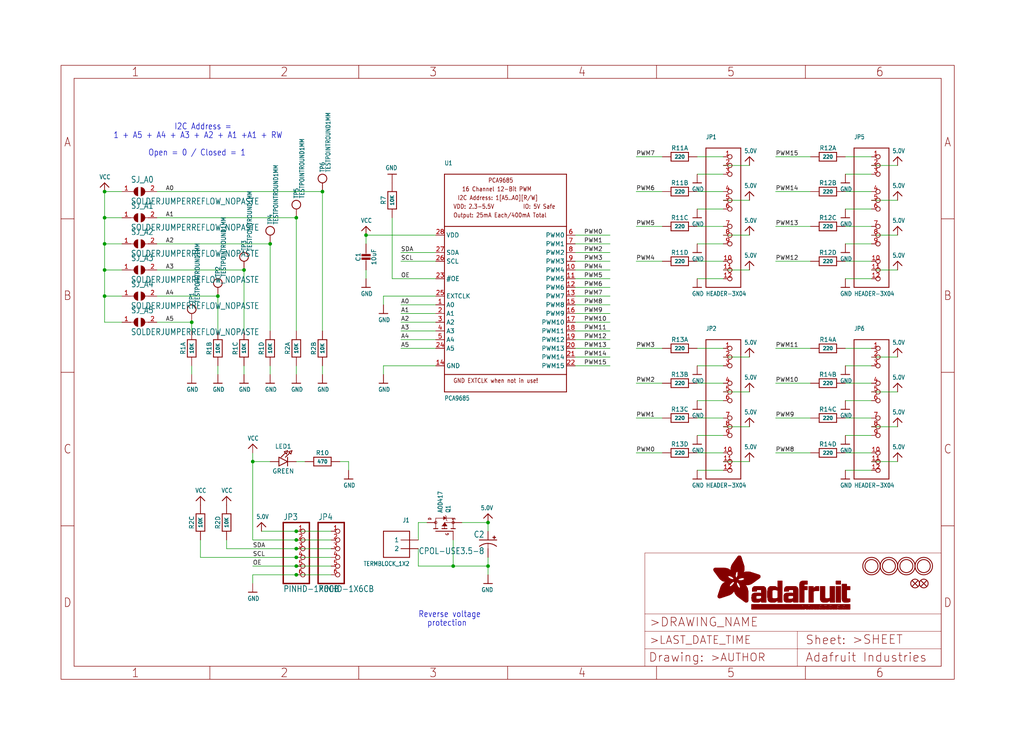
<source format=kicad_sch>
(kicad_sch (version 20211123) (generator eeschema)
  (paper "User" 298.45 217.881)
  (lib_symbols
    (symbol "eagleSchem-eagle-import:5.0V" (power)
      (property "Value" "5.0V" (at -1.524 1.016 0))
      (symbol "5.0V_1_0"
        (pin power_in line (at 0 -2.54 90) (length 2.54) (name "5.0V") (number "1"))
      )
    )
    (symbol "eagleSchem-eagle-import:CAP_CERAMIC0805-NOOUTLINE"
      (property "Reference" "C" (at -2.29 1.25 90))
      (property "Value" "CAP_CERAMIC0805-NOOUTLINE" (at 2.3 1.25 90))
      (symbol "CAP_CERAMIC0805-NOOUTLINE_1_0"
        (pin passive line (at 0 5.08 270) (length 2.54) (name "1") (number "1"))
        (pin passive line (at 0 -2.54 90) (length 2.54) (name "2") (number "2"))
      )
    )
    (symbol "eagleSchem-eagle-import:CPOL-USE3.5-8"
      (property "Reference" "C" (at 1.016 0.635 0))
      (property "Value" "CPOL-USE3.5-8" (at 1.016 -4.191 0))
      (symbol "CPOL-USE3.5-8_1_0"
        (pin passive line (at 0 2.54 270) (length 2.54) (name "+") (number "+"))
        (pin passive line (at 0 -5.08 90) (length 2.54) (name "-") (number "-"))
      )
    )
    (symbol "eagleSchem-eagle-import:FIDUCIAL{dblquote}{dblquote}")
    (symbol "eagleSchem-eagle-import:FRAME_A4_ADAFRUIT"
      (symbol "FRAME_A4_ADAFRUIT_1_0"
        (text "1" (at 21.6958 1.905 0) (effects (font (size 2.54 2.286))))
        (text "1" (at 21.6958 177.165 0) (effects (font (size 2.54 2.286))))
        (text "2" (at 65.0875 1.905 0) (effects (font (size 2.54 2.286))))
        (text "2" (at 65.0875 177.165 0) (effects (font (size 2.54 2.286))))
        (text "3" (at 108.4792 1.905 0) (effects (font (size 2.54 2.286))))
        (text "3" (at 108.4792 177.165 0) (effects (font (size 2.54 2.286))))
        (text "4" (at 151.8708 1.905 0) (effects (font (size 2.54 2.286))))
        (text "4" (at 151.8708 177.165 0) (effects (font (size 2.54 2.286))))
        (text "5" (at 195.2625 1.905 0) (effects (font (size 2.54 2.286))))
        (text "5" (at 195.2625 177.165 0) (effects (font (size 2.54 2.286))))
        (text "6" (at 238.6542 1.905 0) (effects (font (size 2.54 2.286))))
        (text "6" (at 238.6542 177.165 0) (effects (font (size 2.54 2.286))))
        (text ">AUTHOR" (at 189.23 5.08 0) (effects (font (size 2.286 2.286)) (justify left bottom)))
        (text ">DRAWING_NAME" (at 171.45 15.24 0) (effects (font (size 2.54 2.54)) (justify left bottom)))
        (text ">LAST_DATE_TIME" (at 171.45 10.16 0) (effects (font (size 2.286 2.286)) (justify left bottom)))
        (text ">SHEET" (at 230.505 10.16 0) (effects (font (size 2.54 2.54)) (justify left bottom)))
        (text "A" (at 1.905 156.6863 0) (effects (font (size 2.54 2.286))))
        (text "A" (at 258.445 156.6863 0) (effects (font (size 2.54 2.286))))
        (text "Adafruit Industries" (at 216.916 4.953 0) (effects (font (size 2.54 2.54)) (justify left bottom)))
        (text "B" (at 1.905 111.9188 0) (effects (font (size 2.54 2.286))))
        (text "B" (at 258.445 111.9188 0) (effects (font (size 2.54 2.286))))
        (text "C" (at 1.905 67.1513 0) (effects (font (size 2.54 2.286))))
        (text "C" (at 258.445 67.1513 0) (effects (font (size 2.54 2.286))))
        (text "D" (at 1.905 22.3838 0) (effects (font (size 2.54 2.286))))
        (text "D" (at 258.445 22.3838 0) (effects (font (size 2.54 2.286))))
        (text "Drawing:" (at 171.196 4.953 0) (effects (font (size 2.54 2.54)) (justify left bottom)))
        (text "Sheet:" (at 216.916 10.033 0) (effects (font (size 2.54 2.54)) (justify left bottom)))
      )
    )
    (symbol "eagleSchem-eagle-import:GND" (power)
      (property "Value" "GND" (at -1.524 -2.54 0))
      (symbol "GND_1_0"
        (pin power_in line (at 0 2.54 270) (length 2.54) (name "GND") (number "1"))
      )
    )
    (symbol "eagleSchem-eagle-import:HEADER-3X04"
      (property "Reference" "JP" (at -5.08 22.86 0))
      (property "Value" "HEADER-3X04" (at -5.08 -22.86 0))
      (symbol "HEADER-3X04_1_0"
        (pin passive inverted (at 0 17.78 0) (length 2.54) (name "1") (number "1"))
        (pin passive inverted (at 0 -12.7 0) (length 2.54) (name "10") (number "10"))
        (pin passive inverted (at 0 -15.24 0) (length 2.54) (name "11") (number "11"))
        (pin passive inverted (at 0 -17.78 0) (length 2.54) (name "12") (number "12"))
        (pin passive inverted (at 0 15.24 0) (length 2.54) (name "2") (number "2"))
        (pin passive inverted (at 0 12.7 0) (length 2.54) (name "3") (number "3"))
        (pin passive inverted (at 0 7.62 0) (length 2.54) (name "4") (number "4"))
        (pin passive inverted (at 0 5.08 0) (length 2.54) (name "5") (number "5"))
        (pin passive inverted (at 0 2.54 0) (length 2.54) (name "6") (number "6"))
        (pin passive inverted (at 0 -2.54 0) (length 2.54) (name "7") (number "7"))
        (pin passive inverted (at 0 -5.08 0) (length 2.54) (name "8") (number "8"))
        (pin passive inverted (at 0 -7.62 0) (length 2.54) (name "9") (number "9"))
      )
    )
    (symbol "eagleSchem-eagle-import:LED0805_NOOUTLINE"
      (property "Reference" "D" (at -1.27 4.445 0))
      (property "Value" "LED0805_NOOUTLINE" (at -1.27 -2.794 0))
      (symbol "LED0805_NOOUTLINE_1_0"
        (pin passive line (at -5.08 0 0) (length 2.54) (name "A") (number "A"))
        (pin passive line (at 2.54 0 180) (length 2.54) (name "C") (number "C"))
      )
    )
    (symbol "eagleSchem-eagle-import:MOSFET-PTO252"
      (property "Reference" "Q" (at 2.794 0.381 0))
      (property "Value" "MOSFET-PTO252" (at 2.794 -1.905 0))
      (symbol "MOSFET-PTO252_1_0"
        (text "D" (at 0.635 -3.81 0) (effects (font (size 0.8128 0.6908)) (justify left bottom)))
        (text "G" (at -3.81 1.27 0) (effects (font (size 0.8128 0.6908)) (justify left bottom)))
        (text "S" (at 0.635 3.175 0) (effects (font (size 0.8128 0.6908)) (justify left bottom)))
        (pin passive line (at -5.08 2.54 0) (length 2.54) (name "G") (number "1"))
        (pin passive line (at 0 5.08 270) (length 2.54) (name "S") (number "2"))
        (pin passive line (at 0 -5.08 90) (length 2.54) (name "D") (number "3"))
      )
    )
    (symbol "eagleSchem-eagle-import:MOUNTINGHOLE2.5")
    (symbol "eagleSchem-eagle-import:PCA9685"
      (property "Reference" "U" (at -17.78 35.56 0))
      (property "Value" "PCA9685" (at -17.78 -33.02 0))
      (symbol "PCA9685_1_0"
        (text "16 Channel 12-Bit PWM" (at -12.7 27.94 0) (effects (font (size 1.27 1.0795)) (justify left bottom)))
        (text "GND EXTCLK when not in use!" (at -15.24 -27.94 0) (effects (font (size 1.27 1.0795)) (justify left bottom)))
        (text "I2C Address: 1[A5..A0][R/W]" (at -13.97 25.4 0) (effects (font (size 1.27 1.0795)) (justify left bottom)))
        (text "IO: 5V Safe" (at 5.08 22.86 0) (effects (font (size 1.27 1.0795)) (justify left bottom)))
        (text "Output: 25mA Each/400mA Total" (at -15.24 20.32 0) (effects (font (size 1.27 1.0795)) (justify left bottom)))
        (text "PCA9685" (at -5.08 30.48 0) (effects (font (size 1.27 1.0795)) (justify left bottom)))
        (text "VDD: 2.3-5.5V" (at -15.24 22.86 0) (effects (font (size 1.27 1.0795)) (justify left bottom)))
        (pin bidirectional line (at -20.32 -5.08 0) (length 2.54) (name "A0") (number "1"))
        (pin output line (at 20.32 5.08 180) (length 2.54) (name "PWM4") (number "10"))
        (pin output line (at 20.32 2.54 180) (length 2.54) (name "PWM5") (number "11"))
        (pin output line (at 20.32 0 180) (length 2.54) (name "PWM6") (number "12"))
        (pin output line (at 20.32 -2.54 180) (length 2.54) (name "PWM7") (number "13"))
        (pin power_in line (at -20.32 -22.86 0) (length 2.54) (name "GND") (number "14"))
        (pin output line (at 20.32 -5.08 180) (length 2.54) (name "PWM8") (number "15"))
        (pin output line (at 20.32 -7.62 180) (length 2.54) (name "PWM9") (number "16"))
        (pin output line (at 20.32 -10.16 180) (length 2.54) (name "PWM10") (number "17"))
        (pin output line (at 20.32 -12.7 180) (length 2.54) (name "PWM11") (number "18"))
        (pin output line (at 20.32 -15.24 180) (length 2.54) (name "PWM12") (number "19"))
        (pin bidirectional line (at -20.32 -7.62 0) (length 2.54) (name "A1") (number "2"))
        (pin output line (at 20.32 -17.78 180) (length 2.54) (name "PWM13") (number "20"))
        (pin output line (at 20.32 -20.32 180) (length 2.54) (name "PWM14") (number "21"))
        (pin output line (at 20.32 -22.86 180) (length 2.54) (name "PWM15") (number "22"))
        (pin input line (at -20.32 2.54 0) (length 2.54) (name "#OE") (number "23"))
        (pin bidirectional line (at -20.32 -17.78 0) (length 2.54) (name "A5") (number "24"))
        (pin input line (at -20.32 -2.54 0) (length 2.54) (name "EXTCLK") (number "25"))
        (pin bidirectional line (at -20.32 7.62 0) (length 2.54) (name "SCL") (number "26"))
        (pin bidirectional line (at -20.32 10.16 0) (length 2.54) (name "SDA") (number "27"))
        (pin power_in line (at -20.32 15.24 0) (length 2.54) (name "VDD") (number "28"))
        (pin bidirectional line (at -20.32 -10.16 0) (length 2.54) (name "A2") (number "3"))
        (pin bidirectional line (at -20.32 -12.7 0) (length 2.54) (name "A3") (number "4"))
        (pin bidirectional line (at -20.32 -15.24 0) (length 2.54) (name "A4") (number "5"))
        (pin output line (at 20.32 15.24 180) (length 2.54) (name "PWM0") (number "6"))
        (pin output line (at 20.32 12.7 180) (length 2.54) (name "PWM1") (number "7"))
        (pin output line (at 20.32 10.16 180) (length 2.54) (name "PWM2") (number "8"))
        (pin output line (at 20.32 7.62 180) (length 2.54) (name "PWM3") (number "9"))
      )
    )
    (symbol "eagleSchem-eagle-import:PINHD-1X6CB"
      (property "Reference" "JP" (at -6.35 10.795 0))
      (property "Value" "PINHD-1X6CB" (at -6.35 -10.16 0))
      (symbol "PINHD-1X6CB_1_0"
        (pin passive inverted (at -2.54 7.62 0) (length 2.54) (name "1") (number "1"))
        (pin passive inverted (at -2.54 5.08 0) (length 2.54) (name "2") (number "2"))
        (pin passive inverted (at -2.54 2.54 0) (length 2.54) (name "3") (number "3"))
        (pin passive inverted (at -2.54 0 0) (length 2.54) (name "4") (number "4"))
        (pin passive inverted (at -2.54 -2.54 0) (length 2.54) (name "5") (number "5"))
        (pin passive inverted (at -2.54 -5.08 0) (length 2.54) (name "6") (number "6"))
      )
    )
    (symbol "eagleSchem-eagle-import:RESISTOR0805_NOOUTLINE"
      (property "Reference" "R" (at 0 2.54 0))
      (property "Value" "RESISTOR0805_NOOUTLINE" (at 0 0 0))
      (symbol "RESISTOR0805_NOOUTLINE_1_0"
        (pin passive line (at -5.08 0 0) (length 2.54) (name "1") (number "1"))
        (pin passive line (at 5.08 0 180) (length 2.54) (name "2") (number "2"))
      )
    )
    (symbol "eagleSchem-eagle-import:RESISTOR_0805MP"
      (property "Reference" "R" (at 0 2.54 0))
      (property "Value" "RESISTOR_0805MP" (at 0 0 0))
      (symbol "RESISTOR_0805MP_1_0"
        (pin passive line (at -5.08 0 0) (length 2.54) (name "1") (number "1"))
        (pin passive line (at 5.08 0 180) (length 2.54) (name "2") (number "2"))
      )
    )
    (symbol "eagleSchem-eagle-import:RESISTOR_4PACK"
      (property "Reference" "R" (at 0 2.54 0))
      (property "Value" "RESISTOR_4PACK" (at 0 0 0))
      (symbol "RESISTOR_4PACK_1_0"
        (pin passive line (at -5.08 0 0) (length 2.54) (name "1") (number "1"))
        (pin passive line (at 5.08 0 180) (length 2.54) (name "2") (number "8"))
      )
      (symbol "RESISTOR_4PACK_2_0"
        (pin passive line (at -5.08 0 0) (length 2.54) (name "1") (number "2"))
        (pin passive line (at 5.08 0 180) (length 2.54) (name "2") (number "7"))
      )
      (symbol "RESISTOR_4PACK_3_0"
        (pin passive line (at -5.08 0 0) (length 2.54) (name "1") (number "3"))
        (pin passive line (at 5.08 0 180) (length 2.54) (name "2") (number "6"))
      )
      (symbol "RESISTOR_4PACK_4_0"
        (pin passive line (at -5.08 0 0) (length 2.54) (name "1") (number "4"))
        (pin passive line (at 5.08 0 180) (length 2.54) (name "2") (number "5"))
      )
    )
    (symbol "eagleSchem-eagle-import:SOLDERJUMPERREFLOW_NOPASTE"
      (property "Reference" "SJ" (at -2.54 2.54 0))
      (property "Value" "SOLDERJUMPERREFLOW_NOPASTE" (at -2.54 -3.81 0))
      (symbol "SOLDERJUMPERREFLOW_NOPASTE_1_0"
        (pin passive line (at -5.08 0 0) (length 2.54) (name "1") (number "1"))
        (pin passive line (at 5.08 0 180) (length 2.54) (name "2") (number "2"))
      )
    )
    (symbol "eagleSchem-eagle-import:TERMBLOCK_1X2"
      (property "Reference" "X" (at -2.54 7.62 0))
      (property "Value" "TERMBLOCK_1X2" (at -2.54 -5.08 0))
      (symbol "TERMBLOCK_1X2_1_0"
        (pin passive line (at -5.08 2.54 0) (length 5.08) (name "1") (number "1"))
        (pin passive line (at -5.08 0 0) (length 5.08) (name "2") (number "2"))
      )
    )
    (symbol "eagleSchem-eagle-import:TESTPOINTROUND1MM"
      (property "Reference" "TP" (at 0 5.588 90))
      (property "Value" "TESTPOINTROUND1MM" (at 1.651 5.588 90))
      (symbol "TESTPOINTROUND1MM_1_0"
        (pin bidirectional line (at 0 0 90) (length 2.54) (name "P$1") (number "P$1"))
      )
    )
    (symbol "eagleSchem-eagle-import:VCC" (power)
      (property "Value" "VCC" (at -1.524 1.016 0))
      (symbol "VCC_1_0"
        (pin power_in line (at 0 -2.54 90) (length 2.54) (name "VCC") (number "1"))
      )
    )
  )
  (junction (at 86.36 63.5))
  (junction (at 30.48 63.5))
  (junction (at 71.12 78.74))
  (junction (at 63.5 86.36))
  (junction (at 86.36 162.56))
  (junction (at 55.88 93.98))
  (junction (at 86.36 167.64))
  (junction (at 78.74 71.12))
  (junction (at 86.36 157.48))
  (junction (at 106.68 68.58))
  (junction (at 86.36 154.94))
  (junction (at 73.66 134.62))
  (junction (at 142.24 165.1))
  (junction (at 30.48 55.88))
  (junction (at 30.48 71.12))
  (junction (at 86.36 160.02))
  (junction (at 30.48 78.74))
  (junction (at 132.08 165.1))
  (junction (at 142.24 152.4))
  (junction (at 86.36 165.1))
  (junction (at 30.48 86.36))
  (junction (at 93.98 55.88))
  (wire (pts (xy 167.64 83.82) (xy 177.8 83.82)))
  (wire (pts (xy 185.42 55.88) (xy 193.04 55.88)))
  (wire (pts (xy 167.64 99.06) (xy 177.8 99.06)))
  (wire (pts (xy 167.64 91.44) (xy 177.8 91.44)))
  (wire (pts (xy 71.12 106.68) (xy 71.12 109.22)))
  (wire (pts (xy 96.52 160.02) (xy 86.36 160.02)))
  (wire (pts (xy 35.56 86.36) (xy 30.48 86.36)))
  (wire (pts (xy 254 60.96) (xy 246.38 60.96)))
  (wire (pts (xy 246.38 132.08) (xy 254 132.08)))
  (wire (pts (xy 93.98 55.88) (xy 93.98 96.52)))
  (wire (pts (xy 78.74 106.68) (xy 78.74 109.22)))
  (wire (pts (xy 246.38 45.72) (xy 254 45.72)))
  (wire (pts (xy 254 50.8) (xy 246.38 50.8)))
  (wire (pts (xy 30.48 86.36) (xy 30.48 78.74)))
  (wire (pts (xy 210.82 48.26) (xy 218.44 48.26)))
  (wire (pts (xy 35.56 71.12) (xy 30.48 71.12)))
  (wire (pts (xy 210.82 58.42) (xy 218.44 58.42)))
  (wire (pts (xy 246.38 66.04) (xy 254 66.04)))
  (wire (pts (xy 45.72 71.12) (xy 78.74 71.12)))
  (wire (pts (xy 30.48 71.12) (xy 30.48 63.5)))
  (wire (pts (xy 111.76 106.68) (xy 111.76 109.22)))
  (wire (pts (xy 210.82 114.3) (xy 218.44 114.3)))
  (wire (pts (xy 203.2 76.2) (xy 210.82 76.2)))
  (wire (pts (xy 254 104.14) (xy 261.62 104.14)))
  (wire (pts (xy 193.04 132.08) (xy 185.42 132.08)))
  (wire (pts (xy 121.92 165.1) (xy 121.92 160.02)))
  (wire (pts (xy 203.2 45.72) (xy 210.82 45.72)))
  (wire (pts (xy 193.04 66.04) (xy 185.42 66.04)))
  (wire (pts (xy 203.2 121.92) (xy 210.82 121.92)))
  (wire (pts (xy 246.38 111.76) (xy 254 111.76)))
  (wire (pts (xy 35.56 93.98) (xy 30.48 93.98)))
  (wire (pts (xy 236.22 111.76) (xy 226.06 111.76)))
  (wire (pts (xy 106.68 78.74) (xy 106.68 81.28)))
  (wire (pts (xy 86.36 106.68) (xy 86.36 109.22)))
  (wire (pts (xy 236.22 45.72) (xy 226.06 45.72)))
  (wire (pts (xy 73.66 134.62) (xy 73.66 132.08)))
  (wire (pts (xy 127 91.44) (xy 116.84 91.44)))
  (wire (pts (xy 167.64 68.58) (xy 177.8 68.58)))
  (wire (pts (xy 35.56 55.88) (xy 30.48 55.88)))
  (wire (pts (xy 86.36 160.02) (xy 66.04 160.02)))
  (wire (pts (xy 30.48 78.74) (xy 30.48 71.12)))
  (wire (pts (xy 132.08 165.1) (xy 121.92 165.1)))
  (wire (pts (xy 142.24 162.56) (xy 142.24 165.1)))
  (wire (pts (xy 121.92 152.4) (xy 121.92 157.48)))
  (wire (pts (xy 167.64 96.52) (xy 177.8 96.52)))
  (wire (pts (xy 114.3 81.28) (xy 114.3 63.5)))
  (wire (pts (xy 96.52 165.1) (xy 86.36 165.1)))
  (wire (pts (xy 96.52 162.56) (xy 86.36 162.56)))
  (wire (pts (xy 167.64 93.98) (xy 177.8 93.98)))
  (wire (pts (xy 101.6 134.62) (xy 101.6 137.16)))
  (wire (pts (xy 124.46 152.4) (xy 121.92 152.4)))
  (wire (pts (xy 127 88.9) (xy 116.84 88.9)))
  (wire (pts (xy 167.64 73.66) (xy 177.8 73.66)))
  (wire (pts (xy 93.98 106.68) (xy 93.98 109.22)))
  (wire (pts (xy 132.08 157.48) (xy 132.08 165.1)))
  (wire (pts (xy 254 127) (xy 246.38 127)))
  (wire (pts (xy 86.36 162.56) (xy 58.42 162.56)))
  (wire (pts (xy 86.36 63.5) (xy 86.36 96.52)))
  (wire (pts (xy 127 76.2) (xy 116.84 76.2)))
  (wire (pts (xy 236.22 132.08) (xy 226.06 132.08)))
  (wire (pts (xy 86.36 167.64) (xy 73.66 167.64)))
  (wire (pts (xy 142.24 165.1) (xy 132.08 165.1)))
  (wire (pts (xy 236.22 101.6) (xy 226.06 101.6)))
  (wire (pts (xy 73.66 134.62) (xy 78.74 134.62)))
  (wire (pts (xy 254 134.62) (xy 261.62 134.62)))
  (wire (pts (xy 30.48 63.5) (xy 30.48 55.88)))
  (wire (pts (xy 246.38 55.88) (xy 254 55.88)))
  (wire (pts (xy 236.22 121.92) (xy 226.06 121.92)))
  (wire (pts (xy 210.82 81.28) (xy 203.2 81.28)))
  (wire (pts (xy 254 68.58) (xy 261.62 68.58)))
  (wire (pts (xy 76.2 154.94) (xy 86.36 154.94)))
  (wire (pts (xy 142.24 165.1) (xy 142.24 167.64)))
  (wire (pts (xy 86.36 154.94) (xy 96.52 154.94)))
  (wire (pts (xy 78.74 71.12) (xy 78.74 96.52)))
  (wire (pts (xy 210.82 134.62) (xy 218.44 134.62)))
  (wire (pts (xy 127 93.98) (xy 116.84 93.98)))
  (wire (pts (xy 246.38 101.6) (xy 254 101.6)))
  (wire (pts (xy 142.24 152.4) (xy 142.24 154.94)))
  (wire (pts (xy 99.06 134.62) (xy 101.6 134.62)))
  (wire (pts (xy 45.72 93.98) (xy 55.88 93.98)))
  (wire (pts (xy 236.22 55.88) (xy 226.06 55.88)))
  (wire (pts (xy 203.2 132.08) (xy 210.82 132.08)))
  (wire (pts (xy 193.04 111.76) (xy 185.42 111.76)))
  (wire (pts (xy 254 114.3) (xy 261.62 114.3)))
  (wire (pts (xy 167.64 81.28) (xy 177.8 81.28)))
  (wire (pts (xy 203.2 66.04) (xy 210.82 66.04)))
  (wire (pts (xy 30.48 93.98) (xy 30.48 86.36)))
  (wire (pts (xy 210.82 104.14) (xy 218.44 104.14)))
  (wire (pts (xy 73.66 157.48) (xy 73.66 134.62)))
  (wire (pts (xy 127 101.6) (xy 116.84 101.6)))
  (wire (pts (xy 203.2 55.88) (xy 210.82 55.88)))
  (wire (pts (xy 63.5 86.36) (xy 63.5 96.52)))
  (wire (pts (xy 236.22 66.04) (xy 226.06 66.04)))
  (wire (pts (xy 236.22 76.2) (xy 226.06 76.2)))
  (wire (pts (xy 35.56 63.5) (xy 30.48 63.5)))
  (wire (pts (xy 210.82 127) (xy 203.2 127)))
  (wire (pts (xy 55.88 106.68) (xy 55.88 109.22)))
  (wire (pts (xy 45.72 63.5) (xy 86.36 63.5)))
  (wire (pts (xy 210.82 50.8) (xy 203.2 50.8)))
  (wire (pts (xy 96.52 157.48) (xy 86.36 157.48)))
  (wire (pts (xy 63.5 106.68) (xy 63.5 109.22)))
  (wire (pts (xy 167.64 78.74) (xy 177.8 78.74)))
  (wire (pts (xy 167.64 106.68) (xy 177.8 106.68)))
  (wire (pts (xy 210.82 124.46) (xy 218.44 124.46)))
  (wire (pts (xy 86.36 134.62) (xy 88.9 134.62)))
  (wire (pts (xy 35.56 78.74) (xy 30.48 78.74)))
  (wire (pts (xy 127 86.36) (xy 111.76 86.36)))
  (wire (pts (xy 71.12 78.74) (xy 71.12 96.52)))
  (wire (pts (xy 210.82 106.68) (xy 203.2 106.68)))
  (wire (pts (xy 167.64 104.14) (xy 177.8 104.14)))
  (wire (pts (xy 127 96.52) (xy 116.84 96.52)))
  (wire (pts (xy 86.36 157.48) (xy 73.66 157.48)))
  (wire (pts (xy 254 106.68) (xy 246.38 106.68)))
  (wire (pts (xy 134.62 152.4) (xy 142.24 152.4)))
  (wire (pts (xy 73.66 167.64) (xy 73.66 170.18)))
  (wire (pts (xy 167.64 101.6) (xy 177.8 101.6)))
  (wire (pts (xy 58.42 162.56) (xy 58.42 157.48)))
  (wire (pts (xy 96.52 167.64) (xy 86.36 167.64)))
  (wire (pts (xy 246.38 121.92) (xy 254 121.92)))
  (wire (pts (xy 254 71.12) (xy 246.38 71.12)))
  (wire (pts (xy 210.82 60.96) (xy 203.2 60.96)))
  (wire (pts (xy 127 99.06) (xy 116.84 99.06)))
  (wire (pts (xy 106.68 68.58) (xy 106.68 71.12)))
  (wire (pts (xy 246.38 76.2) (xy 254 76.2)))
  (wire (pts (xy 55.88 93.98) (xy 55.88 96.52)))
  (wire (pts (xy 45.72 55.88) (xy 93.98 55.88)))
  (wire (pts (xy 111.76 86.36) (xy 111.76 88.9)))
  (wire (pts (xy 127 106.68) (xy 111.76 106.68)))
  (wire (pts (xy 127 73.66) (xy 116.84 73.66)))
  (wire (pts (xy 254 81.28) (xy 246.38 81.28)))
  (wire (pts (xy 167.64 71.12) (xy 177.8 71.12)))
  (wire (pts (xy 254 124.46) (xy 261.62 124.46)))
  (wire (pts (xy 254 78.74) (xy 261.62 78.74)))
  (wire (pts (xy 127 81.28) (xy 114.3 81.28)))
  (wire (pts (xy 254 137.16) (xy 246.38 137.16)))
  (wire (pts (xy 210.82 116.84) (xy 203.2 116.84)))
  (wire (pts (xy 254 48.26) (xy 261.62 48.26)))
  (wire (pts (xy 210.82 137.16) (xy 203.2 137.16)))
  (wire (pts (xy 66.04 160.02) (xy 66.04 157.48)))
  (wire (pts (xy 86.36 165.1) (xy 73.66 165.1)))
  (wire (pts (xy 210.82 78.74) (xy 218.44 78.74)))
  (wire (pts (xy 193.04 121.92) (xy 185.42 121.92)))
  (wire (pts (xy 193.04 45.72) (xy 185.42 45.72)))
  (wire (pts (xy 106.68 68.58) (xy 127 68.58)))
  (wire (pts (xy 193.04 76.2) (xy 185.42 76.2)))
  (wire (pts (xy 167.64 88.9) (xy 177.8 88.9)))
  (wire (pts (xy 254 58.42) (xy 261.62 58.42)))
  (wire (pts (xy 193.04 101.6) (xy 185.42 101.6)))
  (wire (pts (xy 254 116.84) (xy 246.38 116.84)))
  (wire (pts (xy 203.2 101.6) (xy 210.82 101.6)))
  (wire (pts (xy 167.64 86.36) (xy 177.8 86.36)))
  (wire (pts (xy 45.72 86.36) (xy 63.5 86.36)))
  (wire (pts (xy 45.72 78.74) (xy 71.12 78.74)))
  (wire (pts (xy 210.82 68.58) (xy 218.44 68.58)))
  (wire (pts (xy 167.64 76.2) (xy 177.8 76.2)))
  (wire (pts (xy 210.82 71.12) (xy 203.2 71.12)))
  (wire (pts (xy 203.2 111.76) (xy 210.82 111.76)))
  (text "I2C Address =" (at 50.8 38.1 180) (effects (font (size 1.778 1.5113)) (justify left bottom)))
  (text "1 + A5 + A4 + A3 + A2 + A1 +A1 + RW" (at 33.02 40.64 180) (effects (font (size 1.778 1.5113)) (justify left bottom)))
  (text "protection" (at 124.46 182.88 180) (effects (font (size 1.778 1.5113)) (justify left bottom)))
  (text "Open = 0 / Closed = 1" (at 43.18 45.72 180) (effects (font (size 1.778 1.5113)) (justify left bottom)))
  (text "Reverse voltage" (at 121.92 180.34 180) (effects (font (size 1.778 1.5113)) (justify left bottom)))
  (label "PWM13" (at 170.18 101.6 0) (effects (font (size 1.2446 1.2446))))
  (label "PWM0" (at 185.42 132.08 0) (effects (font (size 1.2446 1.2446))))
  (label "PWM14" (at 226.06 55.88 0) (effects (font (size 1.2446 1.2446))))
  (label "PWM10" (at 226.06 111.76 0) (effects (font (size 1.2446 1.2446))))
  (label "A0" (at 116.84 88.9 0) (effects (font (size 1.2446 1.2446))))
  (label "SDA" (at 116.84 73.66 0) (effects (font (size 1.2446 1.2446))))
  (label "SCL" (at 116.84 76.2 0) (effects (font (size 1.2446 1.2446))))
  (label "PWM12" (at 170.18 99.06 0) (effects (font (size 1.2446 1.2446))))
  (label "PWM2" (at 185.42 111.76 0) (effects (font (size 1.2446 1.2446))))
  (label "PWM14" (at 170.18 104.14 0) (effects (font (size 1.2446 1.2446))))
  (label "SDA" (at 73.66 160.02 0) (effects (font (size 1.2446 1.2446))))
  (label "PWM10" (at 170.18 93.98 0) (effects (font (size 1.2446 1.2446))))
  (label "PWM6" (at 170.18 83.82 0) (effects (font (size 1.2446 1.2446))))
  (label "A2" (at 48.26 71.12 0) (effects (font (size 1.2446 1.2446))))
  (label "PWM11" (at 170.18 96.52 0) (effects (font (size 1.2446 1.2446))))
  (label "PWM9" (at 226.06 121.92 0) (effects (font (size 1.2446 1.2446))))
  (label "A1" (at 116.84 91.44 0) (effects (font (size 1.2446 1.2446))))
  (label "A2" (at 116.84 93.98 0) (effects (font (size 1.2446 1.2446))))
  (label "A5" (at 116.84 101.6 0) (effects (font (size 1.2446 1.2446))))
  (label "A3" (at 48.26 78.74 0) (effects (font (size 1.2446 1.2446))))
  (label "A0" (at 48.26 55.88 0) (effects (font (size 1.2446 1.2446))))
  (label "OE" (at 116.84 81.28 0) (effects (font (size 1.2446 1.2446))))
  (label "PWM4" (at 170.18 78.74 0) (effects (font (size 1.2446 1.2446))))
  (label "OE" (at 73.66 165.1 0) (effects (font (size 1.2446 1.2446))))
  (label "PWM5" (at 170.18 81.28 0) (effects (font (size 1.2446 1.2446))))
  (label "PWM5" (at 185.42 66.04 0) (effects (font (size 1.2446 1.2446))))
  (label "PWM8" (at 226.06 132.08 0) (effects (font (size 1.2446 1.2446))))
  (label "PWM15" (at 170.18 106.68 0) (effects (font (size 1.2446 1.2446))))
  (label "PWM9" (at 170.18 91.44 0) (effects (font (size 1.2446 1.2446))))
  (label "PWM2" (at 170.18 73.66 0) (effects (font (size 1.2446 1.2446))))
  (label "PWM11" (at 226.06 101.6 0) (effects (font (size 1.2446 1.2446))))
  (label "PWM12" (at 226.06 76.2 0) (effects (font (size 1.2446 1.2446))))
  (label "A1" (at 48.26 63.5 0) (effects (font (size 1.2446 1.2446))))
  (label "PWM6" (at 185.42 55.88 0) (effects (font (size 1.2446 1.2446))))
  (label "A4" (at 48.26 86.36 0) (effects (font (size 1.2446 1.2446))))
  (label "PWM0" (at 170.18 68.58 0) (effects (font (size 1.2446 1.2446))))
  (label "PWM8" (at 170.18 88.9 0) (effects (font (size 1.2446 1.2446))))
  (label "PWM7" (at 185.42 45.72 0) (effects (font (size 1.2446 1.2446))))
  (label "PWM1" (at 170.18 71.12 0) (effects (font (size 1.2446 1.2446))))
  (label "PWM1" (at 185.42 121.92 0) (effects (font (size 1.2446 1.2446))))
  (label "PWM15" (at 226.06 45.72 0) (effects (font (size 1.2446 1.2446))))
  (label "A3" (at 116.84 96.52 0) (effects (font (size 1.2446 1.2446))))
  (label "PWM3" (at 185.42 101.6 0) (effects (font (size 1.2446 1.2446))))
  (label "SCL" (at 73.66 162.56 0) (effects (font (size 1.2446 1.2446))))
  (label "PWM13" (at 226.06 66.04 0) (effects (font (size 1.2446 1.2446))))
  (label "A4" (at 116.84 99.06 0) (effects (font (size 1.2446 1.2446))))
  (label "PWM7" (at 170.18 86.36 0) (effects (font (size 1.2446 1.2446))))
  (label "A5" (at 48.26 93.98 0) (effects (font (size 1.2446 1.2446))))
  (label "PWM4" (at 185.42 76.2 0) (effects (font (size 1.2446 1.2446))))
  (label "PWM3" (at 170.18 76.2 0) (effects (font (size 1.2446 1.2446))))
  (symbol (lib_id "eagleSchem-eagle-import:MOUNTINGHOLE2.5") (at 254 165.1 0) (unit 1)
    (property "Reference" "U$50" (effects hide))
    (property "Value" "MOUNTINGHOLE2.5" (effects hide))
    (property "Footprint" "eagleSchem:MOUNTINGHOLE_2.5_PLATED" (effects hide))
  )
  (symbol (lib_id "eagleSchem-eagle-import:VCC") (at 73.66 129.54 0) (unit 1)
    (property "Reference" "#P+9" (effects hide))
    (property "Value" "VCC" (at 72.136 128.524 0) (effects (font (size 1.27 1.0795)) (justify left bottom)))
    (property "Footprint" "eagleSchem:" (effects hide))
  )
  (symbol (lib_id "eagleSchem-eagle-import:RESISTOR_4PACK") (at 241.3 66.04 0) (unit 3)
    (property "Reference" "R12" (at 241.3 63.5 0))
    (property "Value" "220" (at 241.3 66.04 0) (effects (font (size 1.016 1.016) bold)))
    (property "Footprint" "eagleSchem:RESPACK_4X0603" (effects hide))
  )
  (symbol (lib_id "eagleSchem-eagle-import:TESTPOINTROUND1MM") (at 86.36 63.5 0) (unit 1)
    (property "Reference" "TP5" (at 86.36 57.912 90) (effects (font (size 1.27 1.0795)) (justify left)))
    (property "Value" "TESTPOINTROUND1MM" (at 88.011 57.912 90) (effects (font (size 1.27 1.0795)) (justify left)))
    (property "Footprint" "eagleSchem:TESTPOINT_ROUND_1MM" (effects hide))
  )
  (symbol (lib_id "eagleSchem-eagle-import:VCC") (at 66.04 144.78 0) (unit 1)
    (property "Reference" "#P+10" (effects hide))
    (property "Value" "VCC" (at 64.516 143.764 0) (effects (font (size 1.27 1.0795)) (justify left bottom)))
    (property "Footprint" "eagleSchem:" (effects hide))
  )
  (symbol (lib_id "eagleSchem-eagle-import:5.0V") (at 218.44 76.2 0) (unit 1)
    (property "Reference" "#U$5" (effects hide))
    (property "Value" "5.0V" (at 216.916 75.184 0) (effects (font (size 1.27 1.0795)) (justify left bottom)))
    (property "Footprint" "eagleSchem:" (effects hide))
  )
  (symbol (lib_id "eagleSchem-eagle-import:RESISTOR_4PACK") (at 198.12 45.72 0) (unit 1)
    (property "Reference" "R11" (at 198.12 43.18 0))
    (property "Value" "220" (at 198.12 45.72 0) (effects (font (size 1.016 1.016) bold)))
    (property "Footprint" "eagleSchem:RESPACK_4X0603" (effects hide))
  )
  (symbol (lib_id "eagleSchem-eagle-import:GND") (at 203.2 53.34 0) (unit 1)
    (property "Reference" "#U$18" (effects hide))
    (property "Value" "GND" (at 201.676 55.88 0) (effects (font (size 1.27 1.0795)) (justify left bottom)))
    (property "Footprint" "eagleSchem:" (effects hide))
  )
  (symbol (lib_id "eagleSchem-eagle-import:CAP_CERAMIC0805-NOOUTLINE") (at 106.68 76.2 0) (unit 1)
    (property "Reference" "C1" (at 104.39 74.95 90))
    (property "Value" "10uF" (at 108.98 74.95 90))
    (property "Footprint" "eagleSchem:0805-NO" (effects hide))
  )
  (symbol (lib_id "eagleSchem-eagle-import:GND") (at 203.2 63.5 0) (unit 1)
    (property "Reference" "#U$19" (effects hide))
    (property "Value" "GND" (at 201.676 66.04 0) (effects (font (size 1.27 1.0795)) (justify left bottom)))
    (property "Footprint" "eagleSchem:" (effects hide))
  )
  (symbol (lib_id "eagleSchem-eagle-import:5.0V") (at 218.44 45.72 0) (unit 1)
    (property "Reference" "#U$2" (effects hide))
    (property "Value" "5.0V" (at 216.916 44.704 0) (effects (font (size 1.27 1.0795)) (justify left bottom)))
    (property "Footprint" "eagleSchem:" (effects hide))
  )
  (symbol (lib_id "eagleSchem-eagle-import:GND") (at 246.38 73.66 0) (unit 1)
    (property "Reference" "#U$29" (effects hide))
    (property "Value" "GND" (at 244.856 76.2 0) (effects (font (size 1.27 1.0795)) (justify left bottom)))
    (property "Footprint" "eagleSchem:" (effects hide))
  )
  (symbol (lib_id "eagleSchem-eagle-import:GND") (at 111.76 111.76 0) (unit 1)
    (property "Reference" "#U$35" (effects hide))
    (property "Value" "GND" (at 110.236 114.3 0) (effects (font (size 1.27 1.0795)) (justify left bottom)))
    (property "Footprint" "eagleSchem:" (effects hide))
  )
  (symbol (lib_id "eagleSchem-eagle-import:GND") (at 63.5 111.76 0) (unit 1)
    (property "Reference" "#U$37" (effects hide))
    (property "Value" "GND" (at 61.976 114.3 0) (effects (font (size 1.27 1.0795)) (justify left bottom)))
    (property "Footprint" "eagleSchem:" (effects hide))
  )
  (symbol (lib_id "eagleSchem-eagle-import:HEADER-3X04") (at 254 63.5 0) (unit 1)
    (property "Reference" "JP5" (at 248.92 40.64 0) (effects (font (size 1.27 1.0795)) (justify left bottom)))
    (property "Value" "HEADER-3X04" (at 248.92 86.36 0) (effects (font (size 1.27 1.0795)) (justify left bottom)))
    (property "Footprint" "eagleSchem:3X04" (effects hide))
  )
  (symbol (lib_id "eagleSchem-eagle-import:GND") (at 111.76 91.44 0) (unit 1)
    (property "Reference" "#U$34" (effects hide))
    (property "Value" "GND" (at 110.236 93.98 0) (effects (font (size 1.27 1.0795)) (justify left bottom)))
    (property "Footprint" "eagleSchem:" (effects hide))
  )
  (symbol (lib_id "eagleSchem-eagle-import:5.0V") (at 218.44 121.92 0) (unit 1)
    (property "Reference" "#U$8" (effects hide))
    (property "Value" "5.0V" (at 216.916 120.904 0) (effects (font (size 1.27 1.0795)) (justify left bottom)))
    (property "Footprint" "eagleSchem:" (effects hide))
  )
  (symbol (lib_id "eagleSchem-eagle-import:CPOL-USE3.5-8") (at 142.24 157.48 0) (mirror y) (unit 1)
    (property "Reference" "C2" (at 141.224 156.845 0) (effects (font (size 1.778 1.5113)) (justify left bottom)))
    (property "Value" "CPOL-USE3.5-8" (at 141.224 161.671 0) (effects (font (size 1.778 1.5113)) (justify left bottom)))
    (property "Footprint" "eagleSchem:E3,5-8" (effects hide))
  )
  (symbol (lib_id "eagleSchem-eagle-import:FIDUCIAL{dblquote}{dblquote}") (at 266.7 170.18 0) (unit 1)
    (property "Reference" "FID2" (effects hide))
    (property "Value" "FIDUCIAL{dblquote}{dblquote}" (effects hide))
    (property "Footprint" "eagleSchem:FIDUCIAL_1MM" (effects hide))
  )
  (symbol (lib_id "eagleSchem-eagle-import:5.0V") (at 218.44 111.76 0) (unit 1)
    (property "Reference" "#U$7" (effects hide))
    (property "Value" "5.0V" (at 216.916 110.744 0) (effects (font (size 1.27 1.0795)) (justify left bottom)))
    (property "Footprint" "eagleSchem:" (effects hide))
  )
  (symbol (lib_id "eagleSchem-eagle-import:5.0V") (at 261.62 101.6 0) (unit 1)
    (property "Reference" "#U$14" (effects hide))
    (property "Value" "5.0V" (at 260.096 100.584 0) (effects (font (size 1.27 1.0795)) (justify left bottom)))
    (property "Footprint" "eagleSchem:" (effects hide))
  )
  (symbol (lib_id "eagleSchem-eagle-import:GND") (at 203.2 83.82 0) (unit 1)
    (property "Reference" "#U$21" (effects hide))
    (property "Value" "GND" (at 201.676 86.36 0) (effects (font (size 1.27 1.0795)) (justify left bottom)))
    (property "Footprint" "eagleSchem:" (effects hide))
  )
  (symbol (lib_id "eagleSchem-eagle-import:GND") (at 246.38 119.38 0) (unit 1)
    (property "Reference" "#U$26" (effects hide))
    (property "Value" "GND" (at 244.856 121.92 0) (effects (font (size 1.27 1.0795)) (justify left bottom)))
    (property "Footprint" "eagleSchem:" (effects hide))
  )
  (symbol (lib_id "eagleSchem-eagle-import:GND") (at 203.2 109.22 0) (unit 1)
    (property "Reference" "#U$22" (effects hide))
    (property "Value" "GND" (at 201.676 111.76 0) (effects (font (size 1.27 1.0795)) (justify left bottom)))
    (property "Footprint" "eagleSchem:" (effects hide))
  )
  (symbol (lib_id "eagleSchem-eagle-import:5.0V") (at 261.62 76.2 0) (unit 1)
    (property "Reference" "#U$13" (effects hide))
    (property "Value" "5.0V" (at 260.096 75.184 0) (effects (font (size 1.27 1.0795)) (justify left bottom)))
    (property "Footprint" "eagleSchem:" (effects hide))
  )
  (symbol (lib_id "eagleSchem-eagle-import:RESISTOR_4PACK") (at 241.3 101.6 0) (unit 1)
    (property "Reference" "R14" (at 241.3 99.06 0))
    (property "Value" "220" (at 241.3 101.6 0) (effects (font (size 1.016 1.016) bold)))
    (property "Footprint" "eagleSchem:RESPACK_4X0603" (effects hide))
  )
  (symbol (lib_id "eagleSchem-eagle-import:RESISTOR_4PACK") (at 71.12 101.6 90) (unit 3)
    (property "Reference" "R1" (at 68.58 101.6 0))
    (property "Value" "10K" (at 71.12 101.6 0) (effects (font (size 1.016 1.016) bold)))
    (property "Footprint" "eagleSchem:RESPACK_4X0603" (effects hide))
  )
  (symbol (lib_id "eagleSchem-eagle-import:GND") (at 55.88 111.76 0) (unit 1)
    (property "Reference" "#U$36" (effects hide))
    (property "Value" "GND" (at 54.356 114.3 0) (effects (font (size 1.27 1.0795)) (justify left bottom)))
    (property "Footprint" "eagleSchem:" (effects hide))
  )
  (symbol (lib_id "eagleSchem-eagle-import:5.0V") (at 261.62 66.04 0) (unit 1)
    (property "Reference" "#U$12" (effects hide))
    (property "Value" "5.0V" (at 260.096 65.024 0) (effects (font (size 1.27 1.0795)) (justify left bottom)))
    (property "Footprint" "eagleSchem:" (effects hide))
  )
  (symbol (lib_id "eagleSchem-eagle-import:MOUNTINGHOLE2.5") (at 264.16 165.1 0) (unit 1)
    (property "Reference" "U$48" (effects hide))
    (property "Value" "MOUNTINGHOLE2.5" (effects hide))
    (property "Footprint" "eagleSchem:MOUNTINGHOLE_2.5_PLATED" (effects hide))
  )
  (symbol (lib_id "eagleSchem-eagle-import:RESISTOR_4PACK") (at 78.74 101.6 90) (unit 4)
    (property "Reference" "R1" (at 76.2 101.6 0))
    (property "Value" "10K" (at 78.74 101.6 0) (effects (font (size 1.016 1.016) bold)))
    (property "Footprint" "eagleSchem:RESPACK_4X0603" (effects hide))
  )
  (symbol (lib_id "eagleSchem-eagle-import:PINHD-1X6CB") (at 99.06 162.56 0) (unit 1)
    (property "Reference" "JP4" (at 92.71 151.765 0) (effects (font (size 1.778 1.5113)) (justify left bottom)))
    (property "Value" "PINHD-1X6CB" (at 92.71 172.72 0) (effects (font (size 1.778 1.5113)) (justify left bottom)))
    (property "Footprint" "eagleSchem:1X06-CLEANBIG" (effects hide))
  )
  (symbol (lib_id "eagleSchem-eagle-import:GND") (at 203.2 139.7 0) (unit 1)
    (property "Reference" "#U$32" (effects hide))
    (property "Value" "GND" (at 201.676 142.24 0) (effects (font (size 1.27 1.0795)) (justify left bottom)))
    (property "Footprint" "eagleSchem:" (effects hide))
  )
  (symbol (lib_id "eagleSchem-eagle-import:RESISTOR_4PACK") (at 241.3 121.92 0) (unit 3)
    (property "Reference" "R14" (at 241.3 119.38 0))
    (property "Value" "220" (at 241.3 121.92 0) (effects (font (size 1.016 1.016) bold)))
    (property "Footprint" "eagleSchem:RESPACK_4X0603" (effects hide))
  )
  (symbol (lib_id "eagleSchem-eagle-import:RESISTOR_4PACK") (at 198.12 101.6 0) (unit 1)
    (property "Reference" "R13" (at 198.12 99.06 0))
    (property "Value" "220" (at 198.12 101.6 0) (effects (font (size 1.016 1.016) bold)))
    (property "Footprint" "eagleSchem:RESPACK_4X0603" (effects hide))
  )
  (symbol (lib_id "eagleSchem-eagle-import:GND") (at 246.38 63.5 0) (unit 1)
    (property "Reference" "#U$30" (effects hide))
    (property "Value" "GND" (at 244.856 66.04 0) (effects (font (size 1.27 1.0795)) (justify left bottom)))
    (property "Footprint" "eagleSchem:" (effects hide))
  )
  (symbol (lib_id "eagleSchem-eagle-import:5.0V") (at 218.44 101.6 0) (unit 1)
    (property "Reference" "#U$6" (effects hide))
    (property "Value" "5.0V" (at 216.916 100.584 0) (effects (font (size 1.27 1.0795)) (justify left bottom)))
    (property "Footprint" "eagleSchem:" (effects hide))
  )
  (symbol (lib_id "eagleSchem-eagle-import:RESISTOR_4PACK") (at 93.98 101.6 90) (unit 2)
    (property "Reference" "R2" (at 91.44 101.6 0))
    (property "Value" "10K" (at 93.98 101.6 0) (effects (font (size 1.016 1.016) bold)))
    (property "Footprint" "eagleSchem:RESPACK_4X0603" (effects hide))
  )
  (symbol (lib_id "eagleSchem-eagle-import:SOLDERJUMPERREFLOW_NOPASTE") (at 40.64 86.36 0) (unit 1)
    (property "Reference" "SJ_A4" (at 38.1 83.82 0) (effects (font (size 1.778 1.5113)) (justify left bottom)))
    (property "Value" "SOLDERJUMPERREFLOW_NOPASTE" (at 38.1 90.17 0) (effects (font (size 1.778 1.5113)) (justify left bottom)))
    (property "Footprint" "eagleSchem:SOLDERJUMPER_REFLOW_NOPASTE" (effects hide))
  )
  (symbol (lib_id "eagleSchem-eagle-import:TESTPOINTROUND1MM") (at 63.5 86.36 0) (unit 1)
    (property "Reference" "TP2" (at 63.5 80.772 90) (effects (font (size 1.27 1.0795)) (justify left)))
    (property "Value" "TESTPOINTROUND1MM" (at 65.151 80.772 90) (effects (font (size 1.27 1.0795)) (justify left)))
    (property "Footprint" "eagleSchem:TESTPOINT_ROUND_1MM" (effects hide))
  )
  (symbol (lib_id "eagleSchem-eagle-import:GND") (at 71.12 111.76 0) (unit 1)
    (property "Reference" "#U$38" (effects hide))
    (property "Value" "GND" (at 69.596 114.3 0) (effects (font (size 1.27 1.0795)) (justify left bottom)))
    (property "Footprint" "eagleSchem:" (effects hide))
  )
  (symbol (lib_id "eagleSchem-eagle-import:GND") (at 246.38 139.7 0) (unit 1)
    (property "Reference" "#U$33" (effects hide))
    (property "Value" "GND" (at 244.856 142.24 0) (effects (font (size 1.27 1.0795)) (justify left bottom)))
    (property "Footprint" "eagleSchem:" (effects hide))
  )
  (symbol (lib_id "eagleSchem-eagle-import:RESISTOR_0805MP") (at 93.98 134.62 0) (unit 1)
    (property "Reference" "R10" (at 93.98 132.08 0))
    (property "Value" "470" (at 93.98 134.62 0) (effects (font (size 1.016 1.016) bold)))
    (property "Footprint" "eagleSchem:_0805MP" (effects hide))
  )
  (symbol (lib_id "eagleSchem-eagle-import:GND") (at 73.66 172.72 0) (unit 1)
    (property "Reference" "#U$44" (effects hide))
    (property "Value" "GND" (at 72.136 175.26 0) (effects (font (size 1.27 1.0795)) (justify left bottom)))
    (property "Footprint" "eagleSchem:" (effects hide))
  )
  (symbol (lib_id "eagleSchem-eagle-import:SOLDERJUMPERREFLOW_NOPASTE") (at 40.64 55.88 0) (unit 1)
    (property "Reference" "SJ_A0" (at 38.1 53.34 0) (effects (font (size 1.778 1.5113)) (justify left bottom)))
    (property "Value" "SOLDERJUMPERREFLOW_NOPASTE" (at 38.1 59.69 0) (effects (font (size 1.778 1.5113)) (justify left bottom)))
    (property "Footprint" "eagleSchem:SOLDERJUMPER_REFLOW_NOPASTE" (effects hide))
  )
  (symbol (lib_id "eagleSchem-eagle-import:5.0V") (at 76.2 152.4 0) (unit 1)
    (property "Reference" "#U$53" (effects hide))
    (property "Value" "5.0V" (at 74.676 151.384 0) (effects (font (size 1.27 1.0795)) (justify left bottom)))
    (property "Footprint" "eagleSchem:" (effects hide))
  )
  (symbol (lib_id "eagleSchem-eagle-import:GND") (at 106.68 83.82 0) (unit 1)
    (property "Reference" "#U$42" (effects hide))
    (property "Value" "GND" (at 105.156 86.36 0) (effects (font (size 1.27 1.0795)) (justify left bottom)))
    (property "Footprint" "eagleSchem:" (effects hide))
  )
  (symbol (lib_id "eagleSchem-eagle-import:RESISTOR_4PACK") (at 198.12 132.08 0) (unit 4)
    (property "Reference" "R13" (at 198.12 129.54 0))
    (property "Value" "220" (at 198.12 132.08 0) (effects (font (size 1.016 1.016) bold)))
    (property "Footprint" "eagleSchem:RESPACK_4X0603" (effects hide))
  )
  (symbol (lib_id "eagleSchem-eagle-import:5.0V") (at 261.62 45.72 0) (unit 1)
    (property "Reference" "#U$10" (effects hide))
    (property "Value" "5.0V" (at 260.096 44.704 0) (effects (font (size 1.27 1.0795)) (justify left bottom)))
    (property "Footprint" "eagleSchem:" (effects hide))
  )
  (symbol (lib_id "eagleSchem-eagle-import:GND") (at 246.38 129.54 0) (unit 1)
    (property "Reference" "#U$25" (effects hide))
    (property "Value" "GND" (at 244.856 132.08 0) (effects (font (size 1.27 1.0795)) (justify left bottom)))
    (property "Footprint" "eagleSchem:" (effects hide))
  )
  (symbol (lib_id "eagleSchem-eagle-import:GND") (at 78.74 111.76 0) (unit 1)
    (property "Reference" "#U$39" (effects hide))
    (property "Value" "GND" (at 77.216 114.3 0) (effects (font (size 1.27 1.0795)) (justify left bottom)))
    (property "Footprint" "eagleSchem:" (effects hide))
  )
  (symbol (lib_id "eagleSchem-eagle-import:RESISTOR_4PACK") (at 58.42 152.4 90) (unit 3)
    (property "Reference" "R2" (at 55.88 152.4 0))
    (property "Value" "10K" (at 58.42 152.4 0) (effects (font (size 1.016 1.016) bold)))
    (property "Footprint" "eagleSchem:RESPACK_4X0603" (effects hide))
  )
  (symbol (lib_id "eagleSchem-eagle-import:HEADER-3X04") (at 210.82 119.38 0) (unit 1)
    (property "Reference" "JP2" (at 205.74 96.52 0) (effects (font (size 1.27 1.0795)) (justify left bottom)))
    (property "Value" "HEADER-3X04" (at 205.74 142.24 0) (effects (font (size 1.27 1.0795)) (justify left bottom)))
    (property "Footprint" "eagleSchem:3X04" (effects hide))
  )
  (symbol (lib_id "eagleSchem-eagle-import:RESISTOR_4PACK") (at 86.36 101.6 90) (unit 1)
    (property "Reference" "R2" (at 83.82 101.6 0))
    (property "Value" "10K" (at 86.36 101.6 0) (effects (font (size 1.016 1.016) bold)))
    (property "Footprint" "eagleSchem:RESPACK_4X0603" (effects hide))
  )
  (symbol (lib_id "eagleSchem-eagle-import:TESTPOINTROUND1MM") (at 71.12 78.74 0) (unit 1)
    (property "Reference" "TP3" (at 71.12 73.152 90) (effects (font (size 1.27 1.0795)) (justify left)))
    (property "Value" "TESTPOINTROUND1MM" (at 72.771 73.152 90) (effects (font (size 1.27 1.0795)) (justify left)))
    (property "Footprint" "eagleSchem:TESTPOINT_ROUND_1MM" (effects hide))
  )
  (symbol (lib_id "eagleSchem-eagle-import:RESISTOR_4PACK") (at 198.12 55.88 0) (unit 2)
    (property "Reference" "R11" (at 198.12 53.34 0))
    (property "Value" "220" (at 198.12 55.88 0) (effects (font (size 1.016 1.016) bold)))
    (property "Footprint" "eagleSchem:RESPACK_4X0603" (effects hide))
  )
  (symbol (lib_id "eagleSchem-eagle-import:FIDUCIAL{dblquote}{dblquote}") (at 269.24 170.18 0) (unit 1)
    (property "Reference" "FID1" (effects hide))
    (property "Value" "FIDUCIAL{dblquote}{dblquote}" (effects hide))
    (property "Footprint" "eagleSchem:FIDUCIAL_1MM" (effects hide))
  )
  (symbol (lib_id "eagleSchem-eagle-import:RESISTOR_4PACK") (at 198.12 76.2 0) (unit 4)
    (property "Reference" "R11" (at 198.12 73.66 0))
    (property "Value" "220" (at 198.12 76.2 0) (effects (font (size 1.016 1.016) bold)))
    (property "Footprint" "eagleSchem:RESPACK_4X0603" (effects hide))
  )
  (symbol (lib_id "eagleSchem-eagle-import:HEADER-3X04") (at 210.82 63.5 0) (unit 1)
    (property "Reference" "JP1" (at 205.74 40.64 0) (effects (font (size 1.27 1.0795)) (justify left bottom)))
    (property "Value" "HEADER-3X04" (at 205.74 86.36 0) (effects (font (size 1.27 1.0795)) (justify left bottom)))
    (property "Footprint" "eagleSchem:3X04" (effects hide))
  )
  (symbol (lib_id "eagleSchem-eagle-import:RESISTOR_4PACK") (at 63.5 101.6 90) (unit 2)
    (property "Reference" "R1" (at 60.96 101.6 0))
    (property "Value" "10K" (at 63.5 101.6 0) (effects (font (size 1.016 1.016) bold)))
    (property "Footprint" "eagleSchem:RESPACK_4X0603" (effects hide))
  )
  (symbol (lib_id "eagleSchem-eagle-import:SOLDERJUMPERREFLOW_NOPASTE") (at 40.64 71.12 0) (unit 1)
    (property "Reference" "SJ_A2" (at 38.1 68.58 0) (effects (font (size 1.778 1.5113)) (justify left bottom)))
    (property "Value" "SOLDERJUMPERREFLOW_NOPASTE" (at 38.1 74.93 0) (effects (font (size 1.778 1.5113)) (justify left bottom)))
    (property "Footprint" "eagleSchem:SOLDERJUMPER_REFLOW_NOPASTE" (effects hide))
  )
  (symbol (lib_id "eagleSchem-eagle-import:TERMBLOCK_1X2") (at 116.84 160.02 0) (mirror y) (unit 1)
    (property "Reference" "J1" (at 119.38 152.4 0) (effects (font (size 1.27 1.0795)) (justify left bottom)))
    (property "Value" "TERMBLOCK_1X2" (at 119.38 165.1 0) (effects (font (size 1.27 1.0795)) (justify left bottom)))
    (property "Footprint" "eagleSchem:TERMBLOCK_1X2-3.5MM" (effects hide))
  )
  (symbol (lib_id "eagleSchem-eagle-import:FRAME_A4_ADAFRUIT") (at 17.78 198.12 0) (unit 1)
    (property "Reference" "#U$1" (effects hide))
    (property "Value" "FRAME_A4_ADAFRUIT" (effects hide))
    (property "Footprint" "eagleSchem:" (effects hide))
  )
  (symbol (lib_id "eagleSchem-eagle-import:GND") (at 114.3 50.8 180) (unit 1)
    (property "Reference" "#U$52" (effects hide))
    (property "Value" "GND" (at 115.824 48.26 0) (effects (font (size 1.27 1.0795)) (justify left bottom)))
    (property "Footprint" "eagleSchem:" (effects hide))
  )
  (symbol (lib_id "eagleSchem-eagle-import:RESISTOR_4PACK") (at 198.12 111.76 0) (unit 2)
    (property "Reference" "R13" (at 198.12 109.22 0))
    (property "Value" "220" (at 198.12 111.76 0) (effects (font (size 1.016 1.016) bold)))
    (property "Footprint" "eagleSchem:RESPACK_4X0603" (effects hide))
  )
  (symbol (lib_id "eagleSchem-eagle-import:TESTPOINTROUND1MM") (at 78.74 71.12 0) (unit 1)
    (property "Reference" "TP4" (at 78.74 65.532 90) (effects (font (size 1.27 1.0795)) (justify left)))
    (property "Value" "TESTPOINTROUND1MM" (at 80.391 65.532 90) (effects (font (size 1.27 1.0795)) (justify left)))
    (property "Footprint" "eagleSchem:TESTPOINT_ROUND_1MM" (effects hide))
  )
  (symbol (lib_id "eagleSchem-eagle-import:RESISTOR_4PACK") (at 55.88 101.6 90) (unit 1)
    (property "Reference" "R1" (at 53.34 101.6 0))
    (property "Value" "10K" (at 55.88 101.6 0) (effects (font (size 1.016 1.016) bold)))
    (property "Footprint" "eagleSchem:RESPACK_4X0603" (effects hide))
  )
  (symbol (lib_id "eagleSchem-eagle-import:GND") (at 203.2 119.38 0) (unit 1)
    (property "Reference" "#U$23" (effects hide))
    (property "Value" "GND" (at 201.676 121.92 0) (effects (font (size 1.27 1.0795)) (justify left bottom)))
    (property "Footprint" "eagleSchem:" (effects hide))
  )
  (symbol (lib_id "eagleSchem-eagle-import:GND") (at 246.38 83.82 0) (unit 1)
    (property "Reference" "#U$28" (effects hide))
    (property "Value" "GND" (at 244.856 86.36 0) (effects (font (size 1.27 1.0795)) (justify left bottom)))
    (property "Footprint" "eagleSchem:" (effects hide))
  )
  (symbol (lib_id "eagleSchem-eagle-import:RESISTOR_4PACK") (at 241.3 76.2 0) (unit 4)
    (property "Reference" "R12" (at 241.3 73.66 0))
    (property "Value" "220" (at 241.3 76.2 0) (effects (font (size 1.016 1.016) bold)))
    (property "Footprint" "eagleSchem:RESPACK_4X0603" (effects hide))
  )
  (symbol (lib_id "eagleSchem-eagle-import:GND") (at 203.2 73.66 0) (unit 1)
    (property "Reference" "#U$20" (effects hide))
    (property "Value" "GND" (at 201.676 76.2 0) (effects (font (size 1.27 1.0795)) (justify left bottom)))
    (property "Footprint" "eagleSchem:" (effects hide))
  )
  (symbol (lib_id "eagleSchem-eagle-import:5.0V") (at 218.44 55.88 0) (unit 1)
    (property "Reference" "#U$3" (effects hide))
    (property "Value" "5.0V" (at 216.916 54.864 0) (effects (font (size 1.27 1.0795)) (justify left bottom)))
    (property "Footprint" "eagleSchem:" (effects hide))
  )
  (symbol (lib_id "eagleSchem-eagle-import:GND") (at 93.98 111.76 0) (unit 1)
    (property "Reference" "#U$41" (effects hide))
    (property "Value" "GND" (at 92.456 114.3 0) (effects (font (size 1.27 1.0795)) (justify left bottom)))
    (property "Footprint" "eagleSchem:" (effects hide))
  )
  (symbol (lib_id "eagleSchem-eagle-import:MOUNTINGHOLE2.5") (at 269.24 165.1 0) (unit 1)
    (property "Reference" "U$47" (effects hide))
    (property "Value" "MOUNTINGHOLE2.5" (effects hide))
    (property "Footprint" "eagleSchem:MOUNTINGHOLE_2.5_PLATED" (effects hide))
  )
  (symbol (lib_id "eagleSchem-eagle-import:5.0V") (at 261.62 132.08 0) (unit 1)
    (property "Reference" "#U$17" (effects hide))
    (property "Value" "5.0V" (at 260.096 131.064 0) (effects (font (size 1.27 1.0795)) (justify left bottom)))
    (property "Footprint" "eagleSchem:" (effects hide))
  )
  (symbol (lib_id "eagleSchem-eagle-import:5.0V") (at 261.62 111.76 0) (unit 1)
    (property "Reference" "#U$15" (effects hide))
    (property "Value" "5.0V" (at 260.096 110.744 0) (effects (font (size 1.27 1.0795)) (justify left bottom)))
    (property "Footprint" "eagleSchem:" (effects hide))
  )
  (symbol (lib_id "eagleSchem-eagle-import:VCC") (at 106.68 66.04 0) (unit 1)
    (property "Reference" "#P+7" (effects hide))
    (property "Value" "VCC" (at 105.156 65.024 0) (effects (font (size 1.27 1.0795)) (justify left bottom)))
    (property "Footprint" "eagleSchem:" (effects hide))
  )
  (symbol (lib_id "eagleSchem-eagle-import:RESISTOR_4PACK") (at 241.3 45.72 0) (unit 1)
    (property "Reference" "R12" (at 241.3 43.18 0))
    (property "Value" "220" (at 241.3 45.72 0) (effects (font (size 1.016 1.016) bold)))
    (property "Footprint" "eagleSchem:RESPACK_4X0603" (effects hide))
  )
  (symbol (lib_id "eagleSchem-eagle-import:LED0805_NOOUTLINE") (at 83.82 134.62 0) (unit 1)
    (property "Reference" "LED1" (at 82.55 130.175 0))
    (property "Value" "GREEN" (at 82.55 137.414 0))
    (property "Footprint" "eagleSchem:CHIPLED_0805_NOOUTLINE" (effects hide))
  )
  (symbol (lib_id "eagleSchem-eagle-import:RESISTOR0805_NOOUTLINE") (at 114.3 58.42 90) (unit 1)
    (property "Reference" "R7" (at 111.76 58.42 0))
    (property "Value" "10K" (at 114.3 58.42 0) (effects (font (size 1.016 1.016) bold)))
    (property "Footprint" "eagleSchem:0805-NO" (effects hide))
  )
  (symbol (lib_id "eagleSchem-eagle-import:RESISTOR_4PACK") (at 241.3 55.88 0) (unit 2)
    (property "Reference" "R12" (at 241.3 53.34 0))
    (property "Value" "220" (at 241.3 55.88 0) (effects (font (size 1.016 1.016) bold)))
    (property "Footprint" "eagleSchem:RESPACK_4X0603" (effects hide))
  )
  (symbol (lib_id "eagleSchem-eagle-import:MOSFET-PTO252") (at 129.54 152.4 270) (mirror x) (unit 1)
    (property "Reference" "Q1" (at 129.921 149.606 0) (effects (font (size 1.27 1.0795)) (justify left bottom)))
    (property "Value" "AOD417" (at 127.635 149.606 0) (effects (font (size 1.27 1.0795)) (justify left bottom)))
    (property "Footprint" "eagleSchem:TO252" (effects hide))
  )
  (symbol (lib_id "eagleSchem-eagle-import:GND") (at 86.36 111.76 0) (unit 1)
    (property "Reference" "#U$40" (effects hide))
    (property "Value" "GND" (at 84.836 114.3 0) (effects (font (size 1.27 1.0795)) (justify left bottom)))
    (property "Footprint" "eagleSchem:" (effects hide))
  )
  (symbol (lib_id "eagleSchem-eagle-import:RESISTOR_4PACK") (at 241.3 111.76 0) (unit 2)
    (property "Reference" "R14" (at 241.3 109.22 0))
    (property "Value" "220" (at 241.3 111.76 0) (effects (font (size 1.016 1.016) bold)))
    (property "Footprint" "eagleSchem:RESPACK_4X0603" (effects hide))
  )
  (symbol (lib_id "eagleSchem-eagle-import:PCA9685") (at 147.32 83.82 0) (unit 1)
    (property "Reference" "U1" (at 129.54 48.26 0) (effects (font (size 1.27 1.0795)) (justify left bottom)))
    (property "Value" "PCA9685" (at 129.54 116.84 0) (effects (font (size 1.27 1.0795)) (justify left bottom)))
    (property "Footprint" "eagleSchem:TSSOP28" (effects hide))
  )
  (symbol (lib_id "eagleSchem-eagle-import:SOLDERJUMPERREFLOW_NOPASTE") (at 40.64 93.98 0) (unit 1)
    (property "Reference" "SJ_A5" (at 38.1 91.44 0) (effects (font (size 1.778 1.5113)) (justify left bottom)))
    (property "Value" "SOLDERJUMPERREFLOW_NOPASTE" (at 38.1 97.79 0) (effects (font (size 1.778 1.5113)) (justify left bottom)))
    (property "Footprint" "eagleSchem:SOLDERJUMPER_REFLOW_NOPASTE" (effects hide))
  )
  (symbol (lib_id "eagleSchem-eagle-import:TESTPOINTROUND1MM") (at 93.98 55.88 0) (unit 1)
    (property "Reference" "TP6" (at 93.98 50.292 90) (effects (font (size 1.27 1.0795)) (justify left)))
    (property "Value" "TESTPOINTROUND1MM" (at 95.631 50.292 90) (effects (font (size 1.27 1.0795)) (justify left)))
    (property "Footprint" "eagleSchem:TESTPOINT_ROUND_1MM" (effects hide))
  )
  (symbol (lib_id "eagleSchem-eagle-import:5.0V") (at 218.44 66.04 0) (unit 1)
    (property "Reference" "#U$4" (effects hide))
    (property "Value" "5.0V" (at 216.916 65.024 0) (effects (font (size 1.27 1.0795)) (justify left bottom)))
    (property "Footprint" "eagleSchem:" (effects hide))
  )
  (symbol (lib_id "eagleSchem-eagle-import:RESISTOR_4PACK") (at 198.12 121.92 0) (unit 3)
    (property "Reference" "R13" (at 198.12 119.38 0))
    (property "Value" "220" (at 198.12 121.92 0) (effects (font (size 1.016 1.016) bold)))
    (property "Footprint" "eagleSchem:RESPACK_4X0603" (effects hide))
  )
  (symbol (lib_id "eagleSchem-eagle-import:RESISTOR_4PACK") (at 198.12 66.04 0) (unit 3)
    (property "Reference" "R11" (at 198.12 63.5 0))
    (property "Value" "220" (at 198.12 66.04 0) (effects (font (size 1.016 1.016) bold)))
    (property "Footprint" "eagleSchem:RESPACK_4X0603" (effects hide))
  )
  (symbol (lib_id "eagleSchem-eagle-import:TESTPOINTROUND1MM") (at 55.88 93.98 0) (unit 1)
    (property "Reference" "TP1" (at 55.88 88.392 90) (effects (font (size 1.27 1.0795)) (justify left)))
    (property "Value" "TESTPOINTROUND1MM" (at 57.531 88.392 90) (effects (font (size 1.27 1.0795)) (justify left)))
    (property "Footprint" "eagleSchem:TESTPOINT_ROUND_1MM" (effects hide))
  )
  (symbol (lib_id "eagleSchem-eagle-import:SOLDERJUMPERREFLOW_NOPASTE") (at 40.64 78.74 0) (unit 1)
    (property "Reference" "SJ_A3" (at 38.1 76.2 0) (effects (font (size 1.778 1.5113)) (justify left bottom)))
    (property "Value" "SOLDERJUMPERREFLOW_NOPASTE" (at 38.1 82.55 0) (effects (font (size 1.778 1.5113)) (justify left bottom)))
    (property "Footprint" "eagleSchem:SOLDERJUMPER_REFLOW_NOPASTE" (effects hide))
  )
  (symbol (lib_id "eagleSchem-eagle-import:SOLDERJUMPERREFLOW_NOPASTE") (at 40.64 63.5 0) (unit 1)
    (property "Reference" "SJ_A1" (at 38.1 60.96 0) (effects (font (size 1.778 1.5113)) (justify left bottom)))
    (property "Value" "SOLDERJUMPERREFLOW_NOPASTE" (at 38.1 67.31 0) (effects (font (size 1.778 1.5113)) (justify left bottom)))
    (property "Footprint" "eagleSchem:SOLDERJUMPER_REFLOW_NOPASTE" (effects hide))
  )
  (symbol (lib_id "eagleSchem-eagle-import:GND") (at 142.24 170.18 0) (mirror y) (unit 1)
    (property "Reference" "#U$46" (effects hide))
    (property "Value" "GND" (at 143.764 172.72 0) (effects (font (size 1.27 1.0795)) (justify left bottom)))
    (property "Footprint" "eagleSchem:" (effects hide))
  )
  (symbol (lib_id "eagleSchem-eagle-import:5.0V") (at 261.62 55.88 0) (unit 1)
    (property "Reference" "#U$11" (effects hide))
    (property "Value" "5.0V" (at 260.096 54.864 0) (effects (font (size 1.27 1.0795)) (justify left bottom)))
    (property "Footprint" "eagleSchem:" (effects hide))
  )
  (symbol (lib_id "eagleSchem-eagle-import:GND") (at 101.6 139.7 0) (unit 1)
    (property "Reference" "#U$43" (effects hide))
    (property "Value" "GND" (at 100.076 142.24 0) (effects (font (size 1.27 1.0795)) (justify left bottom)))
    (property "Footprint" "eagleSchem:" (effects hide))
  )
  (symbol (lib_id "eagleSchem-eagle-import:GND") (at 246.38 53.34 0) (unit 1)
    (property "Reference" "#U$31" (effects hide))
    (property "Value" "GND" (at 244.856 55.88 0) (effects (font (size 1.27 1.0795)) (justify left bottom)))
    (property "Footprint" "eagleSchem:" (effects hide))
  )
  (symbol (lib_id "eagleSchem-eagle-import:5.0V") (at 218.44 132.08 0) (unit 1)
    (property "Reference" "#U$9" (effects hide))
    (property "Value" "5.0V" (at 216.916 131.064 0) (effects (font (size 1.27 1.0795)) (justify left bottom)))
    (property "Footprint" "eagleSchem:" (effects hide))
  )
  (symbol (lib_id "eagleSchem-eagle-import:PINHD-1X6CB") (at 88.9 162.56 0) (unit 1)
    (property "Reference" "JP3" (at 82.55 151.765 0) (effects (font (size 1.778 1.5113)) (justify left bottom)))
    (property "Value" "PINHD-1X6CB" (at 82.55 172.72 0) (effects (font (size 1.778 1.5113)) (justify left bottom)))
    (property "Footprint" "eagleSchem:1X06-CLEANBIG" (effects hide))
  )
  (symbol (lib_id "eagleSchem-eagle-import:VCC") (at 30.48 53.34 0) (unit 1)
    (property "Reference" "#P+6" (effects hide))
    (property "Value" "VCC" (at 28.956 52.324 0) (effects (font (size 1.27 1.0795)) (justify left bottom)))
    (property "Footprint" "eagleSchem:" (effects hide))
  )
  (symbol (lib_id "eagleSchem-eagle-import:RESISTOR_4PACK") (at 66.04 152.4 90) (unit 4)
    (property "Reference" "R2" (at 63.5 152.4 0))
    (property "Value" "10K" (at 66.04 152.4 0) (effects (font (size 1.016 1.016) bold)))
    (property "Footprint" "eagleSchem:RESPACK_4X0603" (effects hide))
  )
  (symbol (lib_id "eagleSchem-eagle-import:RESISTOR_4PACK") (at 241.3 132.08 0) (unit 4)
    (property "Reference" "R14" (at 241.3 129.54 0))
    (property "Value" "220" (at 241.3 132.08 0) (effects (font (size 1.016 1.016) bold)))
    (property "Footprint" "eagleSchem:RESPACK_4X0603" (effects hide))
  )
  (symbol (lib_id "eagleSchem-eagle-import:VCC") (at 58.42 144.78 0) (unit 1)
    (property "Reference" "#P+11" (effects hide))
    (property "Value" "VCC" (at 56.896 143.764 0) (effects (font (size 1.27 1.0795)) (justify left bottom)))
    (property "Footprint" "eagleSchem:" (effects hide))
  )
  (symbol (lib_id "eagleSchem-eagle-import:5.0V") (at 142.24 149.86 0) (mirror y) (unit 1)
    (property "Reference" "#U$45" (effects hide))
    (property "Value" "5.0V" (at 143.764 148.844 0) (effects (font (size 1.27 1.0795)) (justify left bottom)))
    (property "Footprint" "eagleSchem:" (effects hide))
  )
  (symbol (lib_id "eagleSchem-eagle-import:5.0V") (at 261.62 121.92 0) (unit 1)
    (property "Reference" "#U$16" (effects hide))
    (property "Value" "5.0V" (at 260.096 120.904 0) (effects (font (size 1.27 1.0795)) (justify left bottom)))
    (property "Footprint" "eagleSchem:" (effects hide))
  )
  (symbol (lib_id "eagleSchem-eagle-import:HEADER-3X04") (at 254 119.38 0) (unit 1)
    (property "Reference" "JP6" (at 248.92 96.52 0) (effects (font (size 1.27 1.0795)) (justify left bottom)))
    (property "Value" "HEADER-3X04" (at 248.92 142.24 0) (effects (font (size 1.27 1.0795)) (justify left bottom)))
    (property "Footprint" "eagleSchem:3X04" (effects hide))
  )
  (symbol (lib_id "eagleSchem-eagle-import:GND") (at 246.38 109.22 0) (unit 1)
    (property "Reference" "#U$27" (effects hide))
    (property "Value" "GND" (at 244.856 111.76 0) (effects (font (size 1.27 1.0795)) (justify left bottom)))
    (property "Footprint" "eagleSchem:" (effects hide))
  )
  (symbol (lib_id "eagleSchem-eagle-import:GND") (at 203.2 129.54 0) (unit 1)
    (property "Reference" "#U$24" (effects hide))
    (property "Value" "GND" (at 201.676 132.08 0) (effects (font (size 1.27 1.0795)) (justify left bottom)))
    (property "Footprint" "eagleSchem:" (effects hide))
  )
  (symbol (lib_id "eagleSchem-eagle-import:MOUNTINGHOLE2.5") (at 259.08 165.1 0) (unit 1)
    (property "Reference" "U$49" (effects hide))
    (property "Value" "MOUNTINGHOLE2.5" (effects hide))
    (property "Footprint" "eagleSchem:MOUNTINGHOLE_2.5_PLATED" (effects hide))
  )
)
</source>
